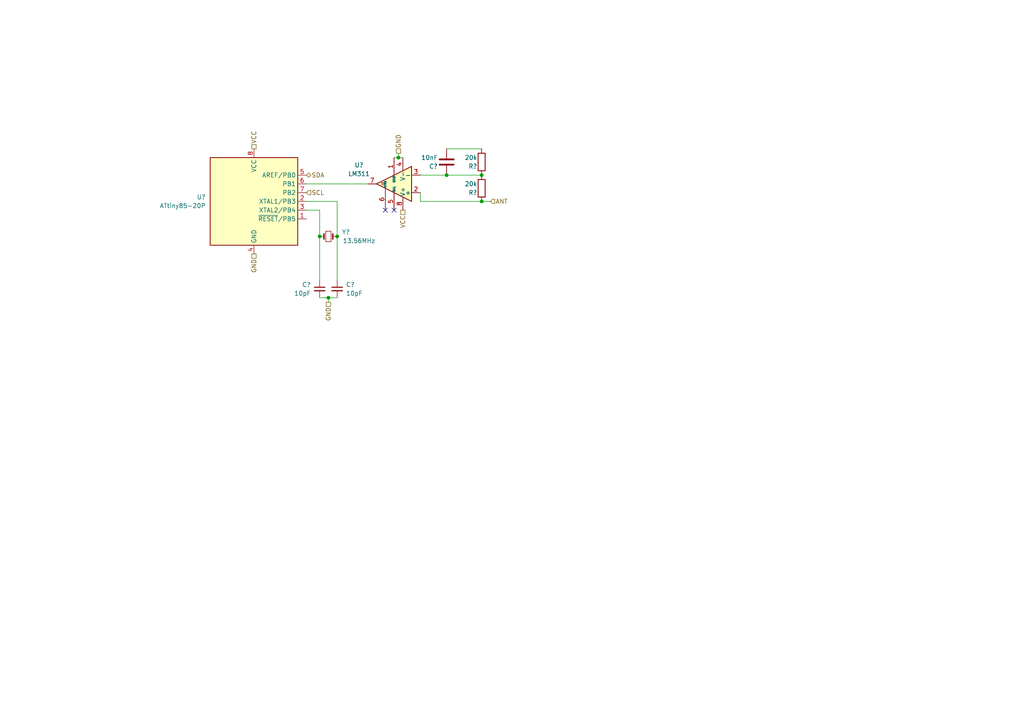
<source format=kicad_sch>
(kicad_sch (version 20211123) (generator eeschema)
  (paper "A4")
  (lib_symbols
    (symbol "Comparator:LM311" (pin_names (offset 0.127))
      (property "Reference" "U" (at 3.81 6.35 0))
      (property "Value" "LM311" (at 3.81 3.81 0))
      (symbol "LM311_0_1"
        (polyline (pts (xy 5.08 0) (xy -5.08 5.08) (xy -5.08 -5.08) (xy 5.08 0)) (stroke (width 0.254)) (fill (type background)))
        (polyline (pts (xy 3.683 -0.381) (xy 3.302 -0.381) (xy 3.683 0) (xy 3.302 0.381) (xy 2.921 0) (xy 3.302 -0.381) (xy 2.921 -0.381)) (stroke (width 0.127)))
      )
      (symbol "LM311_1_1"
        (pin passive line (at 0 -7.62 90) (length 5.08) (name "GND") (number "1"))
        (pin input line (at -7.62 2.54 0) (length 2.54) (name "+") (number "2"))
        (pin input line (at -7.62 -2.54 0) (length 2.54) (name "-") (number "3"))
        (pin power_in line (at -2.54 -7.62 90) (length 3.81) (name "V-") (number "4"))
        (pin input line (at 0 7.62 270) (length 5.08) (name "BAL") (number "5"))
        (pin input line (at 2.54 7.62 270) (length 6.35) (name "STRB") (number "6"))
        (pin open_collector line (at 7.62 0 180) (length 2.54) (name "~") (number "7"))
        (pin power_in line (at -2.54 7.62 270) (length 3.81) (name "V+") (number "8"))
      )
    )
    (symbol "Device:C" (pin_numbers hide) (pin_names (offset 0.254))
      (property "Reference" "C" (at 0.635 2.54 0))
      (property "Value" "C" (at 0.635 -2.54 0))
      (symbol "C_0_1"
        (polyline (pts (xy -2.032 -0.762) (xy 2.032 -0.762)) (stroke (width 0.508)))
        (polyline (pts (xy -2.032 0.762) (xy 2.032 0.762)) (stroke (width 0.508)))
      )
      (symbol "C_1_1"
        (pin passive line (at 0 3.81 270) (length 2.794) (name "~") (number "1"))
        (pin passive line (at 0 -3.81 90) (length 2.794) (name "~") (number "2"))
      )
    )
    (symbol "Device:C_Small" (pin_numbers hide) (pin_names (offset 0.254) hide)
      (property "Reference" "C" (at 0.254 1.778 0))
      (property "Value" "C_Small" (at 0.254 -2.032 0))
      (symbol "C_Small_0_1"
        (polyline (pts (xy -1.524 -0.508) (xy 1.524 -0.508)) (stroke (width 0.3302)))
        (polyline (pts (xy -1.524 0.508) (xy 1.524 0.508)) (stroke (width 0.3048)))
      )
      (symbol "C_Small_1_1"
        (pin passive line (at 0 2.54 270) (length 2.032) (name "~") (number "1"))
        (pin passive line (at 0 -2.54 90) (length 2.032) (name "~") (number "2"))
      )
    )
    (symbol "Device:Crystal_Small" (pin_numbers hide) (pin_names (offset 1.016) hide)
      (property "Reference" "Y" (at 0 2.54 0))
      (property "Value" "Crystal_Small" (at 0 -2.54 0))
      (symbol "Crystal_Small_0_1"
        (rectangle (start -0.762 -1.524) (end 0.762 1.524))
        (polyline (pts (xy -1.27 -0.762) (xy -1.27 0.762)) (stroke (width 0.381)))
        (polyline (pts (xy 1.27 -0.762) (xy 1.27 0.762)) (stroke (width 0.381)))
      )
      (symbol "Crystal_Small_1_1"
        (pin passive line (at -2.54 0 0) (length 1.27) (name "1") (number "1"))
        (pin passive line (at 2.54 0 180) (length 1.27) (name "2") (number "2"))
      )
    )
    (symbol "Device:R" (pin_numbers hide) (pin_names (offset 0))
      (property "Reference" "R" (at 2.032 0 90))
      (property "Value" "R" (at 0 0 90))
      (symbol "R_0_1"
        (rectangle (start -1.016 -2.54) (end 1.016 2.54) (stroke (width 0.254)))
      )
      (symbol "R_1_1"
        (pin passive line (at 0 3.81 270) (length 1.27) (name "~") (number "1"))
        (pin passive line (at 0 -3.81 90) (length 1.27) (name "~") (number "2"))
      )
    )
    (symbol "MCU_Microchip_ATtiny:ATtiny85-20P"
      (property "Reference" "U" (at -12.7 13.97 0))
      (property "Value" "ATtiny85-20P" (at 2.54 -13.97 0))
      (symbol "ATtiny85-20P_0_1"
        (rectangle (start -12.7 -12.7) (end 12.7 12.7) (stroke (width 0.254)) (fill (type background)))
      )
      (symbol "ATtiny85-20P_1_1"
        (pin bidirectional line (at 15.24 -5.08 180) (length 2.54) (name "~{RESET}/PB5") (number "1"))
        (pin bidirectional line (at 15.24 0 180) (length 2.54) (name "XTAL1/PB3") (number "2"))
        (pin bidirectional line (at 15.24 -2.54 180) (length 2.54) (name "XTAL2/PB4") (number "3"))
        (pin power_in line (at 0 -15.24 90) (length 2.54) (name "GND") (number "4"))
        (pin bidirectional line (at 15.24 7.62 180) (length 2.54) (name "AREF/PB0") (number "5"))
        (pin bidirectional line (at 15.24 5.08 180) (length 2.54) (name "PB1") (number "6"))
        (pin bidirectional line (at 15.24 2.54 180) (length 2.54) (name "PB2") (number "7"))
        (pin power_in line (at 0 15.24 270) (length 2.54) (name "VCC") (number "8"))
      )
    )
  )
  (junction (at 95.25 86.36))
  (junction (at 115.57 45.72))
  (junction (at 139.7 58.42))
  (junction (at 92.71 68.58))
  (junction (at 97.79 68.58))
  (junction (at 139.7 50.8))
  (junction (at 129.54 50.8))
  (no_connect (at 111.76 60.96))
  (no_connect (at 114.3 60.96))
  (wire (pts (xy 97.79 58.42) (xy 97.79 68.58)))
  (wire (pts (xy 97.79 58.42) (xy 88.9 58.42)))
  (wire (pts (xy 114.3 45.72) (xy 115.57 45.72)))
  (wire (pts (xy 142.24 58.42) (xy 139.7 58.42)))
  (wire (pts (xy 92.71 60.96) (xy 88.9 60.96)))
  (wire (pts (xy 92.71 81.28) (xy 92.71 68.58)))
  (wire (pts (xy 139.7 43.18) (xy 129.54 43.18)))
  (wire (pts (xy 121.92 50.8) (xy 129.54 50.8)))
  (wire (pts (xy 88.9 53.34) (xy 106.68 53.34)))
  (wire (pts (xy 97.79 86.36) (xy 95.25 86.36)))
  (wire (pts (xy 95.25 86.36) (xy 95.25 87.63)))
  (wire (pts (xy 139.7 58.42) (xy 121.92 58.42)))
  (wire (pts (xy 129.54 50.8) (xy 139.7 50.8)))
  (wire (pts (xy 115.57 45.72) (xy 115.57 44.45)))
  (wire (pts (xy 97.79 81.28) (xy 97.79 68.58)))
  (wire (pts (xy 121.92 58.42) (xy 121.92 55.88)))
  (wire (pts (xy 95.25 86.36) (xy 92.71 86.36)))
  (wire (pts (xy 115.57 45.72) (xy 116.84 45.72)))
  (wire (pts (xy 92.71 60.96) (xy 92.71 68.58)))
  (hierarchical_label "SCL" (shape input) (at 88.9 55.88 0))
  (hierarchical_label "GND" (shape passive) (at 95.25 87.63 270))
  (hierarchical_label "SDA" (shape bidirectional) (at 88.9 50.8 0))
  (hierarchical_label "GND" (shape passive) (at 115.57 44.45 90))
  (hierarchical_label "ANT" (shape input) (at 142.24 58.42 0))
  (hierarchical_label "VCC" (shape passive) (at 116.84 60.96 270))
  (hierarchical_label "VCC" (shape passive) (at 73.66 43.18 90))
  (hierarchical_label "GND" (shape passive) (at 73.66 73.66 270))
  (symbol (lib_id "Comparator:LM311") (at 114.3 53.34 180) (unit 1)
    (property "Reference" "U?" (at 104.14 47.8788 0))
    (property "Value" "LM311" (at 104.14 50.4188 0))
    (property "Datasheet" "https://www.st.com/resource/en/datasheet/lm311.pdf" (effects hide))
  )
  (symbol (lib_id "Device:R") (at 139.7 54.61 180) (unit 1)
    (property "Reference" "R?" (at 138.43 55.88 0) (effects (justify left)))
    (property "Value" "20k" (at 138.43 53.34 0) (effects (justify left)))
  )
  (symbol (lib_id "Device:C_Small") (at 97.79 83.82 0) (unit 1)
    (property "Reference" "C?" (at 100.33 82.5562 0) (effects (justify left)))
    (property "Value" "10pF" (at 100.33 85.0962 0) (effects (justify left)))
  )
  (symbol (lib_id "Device:C_Small") (at 92.71 83.82 0) (unit 1)
    (property "Reference" "C?" (at 90.17 82.5562 0) (effects (justify right)))
    (property "Value" "10pF" (at 90.17 85.0962 0) (effects (justify right)))
  )
  (symbol (lib_id "Device:R") (at 139.7 46.99 180) (unit 1)
    (property "Reference" "R?" (at 138.43 48.26 0) (effects (justify left)))
    (property "Value" "20k" (at 138.43 45.72 0) (effects (justify left)))
  )
  (symbol (lib_id "Device:Crystal_Small") (at 95.25 68.58 180) (unit 1)
    (property "Reference" "Y?" (at 100.33 67.31 0))
    (property "Value" "13.56MHz" (at 104.14 69.85 0))
  )
  (symbol (lib_id "Device:C") (at 129.54 46.99 180) (unit 1)
    (property "Reference" "C?" (at 127 48.26 0) (effects (justify left)))
    (property "Value" "10nF" (at 127 45.72 0) (effects (justify left)))
  )
  (symbol (lib_id "MCU_Microchip_ATtiny:ATtiny85-20P") (at 73.66 58.42 0) (unit 1)
    (property "Reference" "U?" (at 59.69 57.1499 0) (effects (justify right)))
    (property "Value" "ATtiny85-20P" (at 59.69 59.6899 0) (effects (justify right)))
    (property "Footprint" "Package_DIP:DIP-8_W7.62mm" (effects hide))
    (property "Datasheet" "http://ww1.microchip.com/downloads/en/DeviceDoc/atmel-2586-avr-8-bit-microcontroller-attiny25-attiny45-attiny85_datasheet.pdf" (effects hide))
  )
)
</source>
